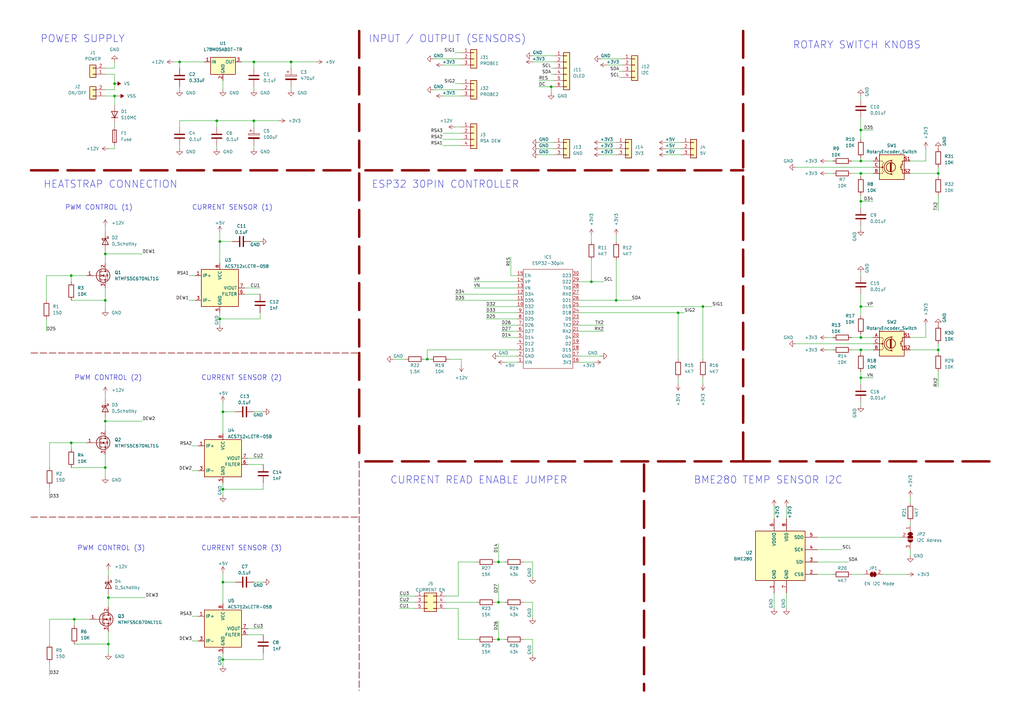
<source format=kicad_sch>
(kicad_sch (version 20230121) (generator eeschema)
  (paper "A3")
  (title_block (title "ESP32_DewHeater") (date "2023-09-16") (rev "2") (company "N. Cleesattel"))
  (lib_symbols
    (symbol "Connector_Generic:Conn_01x02" (pin_names (offset 1.016) hide)
      (property "Reference" "J" (at 0 2.54 0))
      (property "Value" "Conn_01x02" (at 0 -5.08 0))
      (symbol "Conn_01x02_1_1"
        (pin passive line (at -5.08 0 0) (length 3.81) (name "Pin_1") (number "1"))
        (pin passive line (at -5.08 -2.54 0) (length 3.81) (name "Pin_2") (number "2"))
      )
    )
    (symbol "Connector_Generic:Conn_01x03" (pin_names (offset 1.016) hide)
      (property "Reference" "J" (at 0 5.08 0))
      (property "Value" "Conn_01x03" (at 0 -5.08 0))
      (symbol "Conn_01x03_1_1"
        (pin passive line (at -5.08 2.54 0) (length 3.81) (name "Pin_1") (number "1"))
        (pin passive line (at -5.08 0 0) (length 3.81) (name "Pin_2") (number "2"))
        (pin passive line (at -5.08 -2.54 0) (length 3.81) (name "Pin_3") (number "3"))
      )
    )
    (symbol "Connector_Generic:Conn_01x04" (pin_names (offset 1.016) hide)
      (property "Reference" "J" (at 0 5.08 0))
      (property "Value" "Conn_01x04" (at 0 -7.62 0))
      (symbol "Conn_01x04_1_1"
        (pin passive line (at -5.08 2.54 0) (length 3.81) (name "Pin_1") (number "1"))
        (pin passive line (at -5.08 0 0) (length 3.81) (name "Pin_2") (number "2"))
        (pin passive line (at -5.08 -2.54 0) (length 3.81) (name "Pin_3") (number "3"))
        (pin passive line (at -5.08 -5.08 0) (length 3.81) (name "Pin_4") (number "4"))
      )
    )
    (symbol "Connector_Generic:Conn_01x06" (pin_names (offset 1.016) hide)
      (property "Reference" "J" (at 0 7.62 0))
      (property "Value" "Conn_01x06" (at 0 -10.16 0))
      (symbol "Conn_01x06_1_1"
        (pin passive line (at -5.08 5.08 0) (length 3.81) (name "Pin_1") (number "1"))
        (pin passive line (at -5.08 2.54 0) (length 3.81) (name "Pin_2") (number "2"))
        (pin passive line (at -5.08 0 0) (length 3.81) (name "Pin_3") (number "3"))
        (pin passive line (at -5.08 -2.54 0) (length 3.81) (name "Pin_4") (number "4"))
        (pin passive line (at -5.08 -5.08 0) (length 3.81) (name "Pin_5") (number "5"))
        (pin passive line (at -5.08 -7.62 0) (length 3.81) (name "Pin_6") (number "6"))
      )
    )
    (symbol "Connector_Generic:Conn_02x03_Odd_Even" (pin_names (offset 1.016) hide)
      (property "Reference" "J" (at 1.27 5.08 0))
      (property "Value" "Conn_02x03_Odd_Even" (at 1.27 -5.08 0))
      (symbol "Conn_02x03_Odd_Even_1_1"
        (pin passive line (at -5.08 2.54 0) (length 3.81) (name "Pin_1") (number "1"))
        (pin passive line (at 7.62 2.54 180) (length 3.81) (name "Pin_2") (number "2"))
        (pin passive line (at -5.08 0 0) (length 3.81) (name "Pin_3") (number "3"))
        (pin passive line (at 7.62 0 180) (length 3.81) (name "Pin_4") (number "4"))
        (pin passive line (at -5.08 -2.54 0) (length 3.81) (name "Pin_5") (number "5"))
        (pin passive line (at 7.62 -2.54 180) (length 3.81) (name "Pin_6") (number "6"))
      )
    )
    (symbol "Device:C" (pin_numbers hide) (pin_names (offset 0.254))
      (property "Reference" "C" (at 0.635 2.54 0))
      (property "Value" "C" (at 0.635 -2.54 0))
      (symbol "C_1_1"
        (pin passive line (at 0 3.81 270) (length 2.794) (name "~") (number "1"))
        (pin passive line (at 0 -3.81 90) (length 2.794) (name "~") (number "2"))
      )
    )
    (symbol "Device:C_Polarized" (pin_numbers hide) (pin_names (offset 0.254))
      (property "Reference" "C" (at 0.635 2.54 0))
      (property "Value" "C_Polarized" (at 0.635 -2.54 0))
      (symbol "C_Polarized_1_1"
        (pin passive line (at 0 3.81 270) (length 2.794) (name "~") (number "1"))
        (pin passive line (at 0 -3.81 90) (length 2.794) (name "~") (number "2"))
      )
    )
    (symbol "Device:D" (pin_numbers hide) (pin_names (offset 1.016) hide)
      (property "Reference" "D" (at 0 2.54 0))
      (property "Value" "D" (at 0 -2.54 0))
      (symbol "D_1_1"
        (pin passive line (at -3.81 0 0) (length 2.54) (name "K") (number "1"))
        (pin passive line (at 3.81 0 180) (length 2.54) (name "A") (number "2"))
      )
    )
    (symbol "Device:D_Schottky" (pin_numbers hide) (pin_names (offset 1.016) hide)
      (property "Reference" "D" (at 0 2.54 0))
      (property "Value" "D_Schottky" (at 0 -2.54 0))
      (symbol "D_Schottky_1_1"
        (pin passive line (at -3.81 0 0) (length 2.54) (name "K") (number "1"))
        (pin passive line (at 3.81 0 180) (length 2.54) (name "A") (number "2"))
      )
    )
    (symbol "Device:Fuse" (pin_numbers hide) (pin_names (offset 0))
      (property "Reference" "F" (at 2.032 0 90))
      (property "Value" "Fuse" (at -1.905 0 90))
      (symbol "Fuse_1_1"
        (pin passive line (at 0 3.81 270) (length 1.27) (name "~") (number "1"))
        (pin passive line (at 0 -3.81 90) (length 1.27) (name "~") (number "2"))
      )
    )
    (symbol "Device:Q_NMOS_GDS" (pin_names (offset 0) hide)
      (property "Reference" "Q" (at 5.08 1.27 0))
      (property "Value" "Q_NMOS_GDS" (at 5.08 -1.27 0))
      (symbol "Q_NMOS_GDS_1_1"
        (pin input line (at -5.08 0 0) (length 2.54) (name "G") (number "1"))
        (pin passive line (at 2.54 5.08 270) (length 2.54) (name "D") (number "2"))
        (pin passive line (at 2.54 -5.08 90) (length 2.54) (name "S") (number "3"))
      )
    )
    (symbol "Device:R" (pin_numbers hide) (pin_names (offset 0))
      (property "Reference" "R" (at 2.032 0 90))
      (property "Value" "R" (at 0 0 90))
      (symbol "R_1_1"
        (pin passive line (at 0 3.81 270) (length 1.27) (name "~") (number "1"))
        (pin passive line (at 0 -3.81 90) (length 1.27) (name "~") (number "2"))
      )
    )
    (symbol "Device:RotaryEncoder_Switch" (pin_names (offset 0.254) hide)
      (property "Reference" "SW" (at 0 6.604 0))
      (property "Value" "RotaryEncoder_Switch" (at 0 -6.604 0))
      (symbol "RotaryEncoder_Switch_1_1"
        (pin passive line (at -7.62 2.54 0) (length 2.54) (name "A") (number "A"))
        (pin passive line (at -7.62 -2.54 0) (length 2.54) (name "B") (number "B"))
        (pin passive line (at -7.62 0 0) (length 2.54) (name "C") (number "C"))
        (pin passive line (at 7.62 2.54 180) (length 2.54) (name "S1") (number "S1"))
        (pin passive line (at 7.62 -2.54 180) (length 2.54) (name "S2") (number "S2"))
      )
    )
    (symbol "Jumper:SolderJumper_2_Bridged" (pin_names (offset 0) hide)
      (property "Reference" "JP" (at 0 2.032 0))
      (property "Value" "SolderJumper_2_Bridged" (at 0 -2.54 0))
      (symbol "SolderJumper_2_Bridged_1_1"
        (pin passive line (at -3.81 0 0) (length 2.54) (name "A") (number "1"))
        (pin passive line (at 3.81 0 180) (length 2.54) (name "B") (number "2"))
      )
    )
    (symbol "Jumper:SolderJumper_3_Bridged12" (pin_names (offset 0) hide)
      (property "Reference" "JP" (at -2.54 -2.54 0))
      (property "Value" "SolderJumper_3_Bridged12" (at 0 2.794 0))
      (symbol "SolderJumper_3_Bridged12_1_1"
        (pin passive line (at -5.08 0 0) (length 2.54) (name "A") (number "1"))
        (pin passive line (at 0 -3.81 90) (length 2.54) (name "C") (number "2"))
        (pin passive line (at 5.08 0 180) (length 2.54) (name "B") (number "3"))
      )
    )
    (symbol "Regulator_Linear:L7805" (pin_names (offset 0.254))
      (property "Reference" "U" (at -3.81 3.175 0))
      (property "Value" "L7805" (at 0 3.175 0))
      (symbol "L7805_1_1"
        (pin power_in line (at -7.62 0 0) (length 2.54) (name "IN") (number "1"))
        (pin power_in line (at 0 -7.62 90) (length 2.54) (name "GND") (number "2"))
        (pin power_out line (at 7.62 0 180) (length 2.54) (name "OUT") (number "3"))
      )
    )
    (symbol "Sensor:BME280"
      (property "Reference" "U" (at -8.89 11.43 0))
      (property "Value" "BME280" (at 7.62 11.43 0))
      (symbol "BME280_1_1"
        (pin power_in line (at -2.54 -15.24 90) (length 5.08) (name "GND") (number "1"))
        (pin input line (at 15.24 -7.62 180) (length 5.08) (name "CSB") (number "2"))
        (pin bidirectional line (at 15.24 -2.54 180) (length 5.08) (name "SDI") (number "3"))
        (pin input line (at 15.24 2.54 180) (length 5.08) (name "SCK") (number "4"))
        (pin bidirectional line (at 15.24 7.62 180) (length 5.08) (name "SDO") (number "5"))
        (pin power_in line (at -2.54 15.24 270) (length 5.08) (name "VDDIO") (number "6"))
        (pin power_in line (at 2.54 -15.24 90) (length 5.08) (name "GND") (number "7"))
        (pin power_in line (at 2.54 15.24 270) (length 5.08) (name "VDD") (number "8"))
      )
    )
    (symbol "Sensor_Current:ACS712xLCTR-05B"
      (property "Reference" "U" (at 2.54 11.43 0))
      (property "Value" "ACS712xLCTR-05B" (at 2.54 8.89 0))
      (symbol "ACS712xLCTR-05B_1_1"
        (pin passive line (at -10.16 5.08 0) (length 2.54) (name "IP+") (number "1"))
        (pin passive line (at -10.16 5.08 0) (length 2.54) hide (name "IP+") (number "2"))
        (pin passive line (at -10.16 -5.08 0) (length 2.54) (name "IP-") (number "3"))
        (pin passive line (at -10.16 -5.08 0) (length 2.54) hide (name "IP-") (number "4"))
        (pin power_in line (at 0 -10.16 90) (length 2.54) (name "GND") (number "5"))
        (pin passive line (at 10.16 -2.54 180) (length 2.54) (name "FILTER") (number "6"))
        (pin output line (at 10.16 0 180) (length 2.54) (name "VIOUT") (number "7"))
        (pin power_in line (at 0 10.16 270) (length 2.54) (name "VCC") (number "8"))
      )
    )
    (symbol "TeenAstro:ESP32-30pin"
      (property "Reference" "IC" (at 0 0 0))
      (property "Value" "ESP32-30pin" (at 0 0 0))
      (symbol "ESP32-30pin_1_1"
        (pin power_in line (at -17.78 12.7 270) (length 2.54) (name "VIN") (number "1"))
        (pin bidirectional line (at 5.08 12.7 270) (length 2.54) (name "D32") (number "10"))
        (pin bidirectional line (at 7.62 12.7 270) (length 2.54) (name "D35") (number "11"))
        (pin bidirectional line (at 10.16 12.7 270) (length 2.54) (name "D34") (number "12"))
        (pin bidirectional line (at 12.7 12.7 270) (length 2.54) (name "VN") (number "13"))
        (pin bidirectional line (at 15.24 12.7 270) (length 2.54) (name "VP") (number "14"))
        (pin bidirectional line (at 17.78 12.7 270) (length 2.54) (name "EN") (number "15"))
        (pin power_out line (at -17.78 -12.7 90) (length 2.54) (name "3V3") (number "16"))
        (pin power_in line (at -15.24 -12.7 90) (length 2.54) (name "GND") (number "17"))
        (pin power_in line (at -12.7 -12.7 90) (length 2.54) (name "D15") (number "18"))
        (pin bidirectional line (at -10.16 -12.7 90) (length 2.54) (name "D2") (number "19"))
        (pin power_in line (at -15.24 12.7 270) (length 2.54) (name "GND") (number "2"))
        (pin bidirectional line (at -7.62 -12.7 90) (length 2.54) (name "D4") (number "20"))
        (pin bidirectional line (at -5.08 -12.7 90) (length 2.54) (name "RX2") (number "21"))
        (pin bidirectional line (at -2.54 -12.7 90) (length 2.54) (name "TX2") (number "22"))
        (pin bidirectional line (at 0 -12.7 90) (length 2.54) (name "D5") (number "23"))
        (pin bidirectional line (at 2.54 -12.7 90) (length 2.54) (name "D18") (number "24"))
        (pin bidirectional line (at 5.08 -12.7 90) (length 2.54) (name "D19") (number "25"))
        (pin bidirectional line (at 7.62 -12.7 90) (length 2.54) (name "D21") (number "26"))
        (pin bidirectional line (at 10.16 -12.7 90) (length 2.54) (name "RX0") (number "27"))
        (pin bidirectional line (at 12.7 -12.7 90) (length 2.54) (name "TX0") (number "28"))
        (pin bidirectional line (at 15.24 -12.7 90) (length 2.54) (name "D22") (number "29"))
        (pin bidirectional line (at -12.7 12.7 270) (length 2.54) (name "D13") (number "3"))
        (pin bidirectional line (at 17.78 -12.7 90) (length 2.54) (name "D23") (number "30"))
        (pin bidirectional line (at -10.16 12.7 270) (length 2.54) (name "D12") (number "4"))
        (pin bidirectional line (at -7.62 12.7 270) (length 2.54) (name "D14") (number "5"))
        (pin bidirectional line (at -5.08 12.7 270) (length 2.54) (name "D27") (number "6"))
        (pin bidirectional line (at -2.54 12.7 270) (length 2.54) (name "D26") (number "7"))
        (pin bidirectional line (at 0 12.7 270) (length 2.54) (name "D25") (number "8"))
        (pin bidirectional line (at 2.54 12.7 270) (length 2.54) (name "D33") (number "9"))
      )
    )
    (symbol "power:+12V" (power) (pin_names (offset 0))
      (property "Value" "+12V" (at 0 3.556 0))
      (symbol "+12V_1_1"
        (pin power_in line (at 0 0 90) (length 0) hide (name "+12V") (number "1"))
      )
    )
    (symbol "power:+3V3" (power) (pin_names (offset 0))
      (property "Value" "+3V3" (at 0 3.556 0))
      (symbol "+3V3_1_1"
        (pin power_in line (at 0 0 90) (length 0) hide (name "+3V3") (number "1"))
      )
    )
    (symbol "power:+5V" (power) (pin_names (offset 0))
      (property "Value" "+5V" (at 0 3.556 0))
      (symbol "+5V_1_1"
        (pin power_in line (at 0 0 90) (length 0) hide (name "+5V") (number "1"))
      )
    )
    (symbol "power:GND" (power) (pin_names (offset 0))
      (property "Value" "GND" (at 0 -3.81 0))
      (symbol "GND_1_1"
        (pin power_in line (at 0 0 270) (length 0) hide (name "GND") (number "1"))
      )
    )
    (symbol "power:VS" (power) (pin_names (offset 0))
      (property "Value" "VS" (at 0 3.81 0))
      (symbol "VS_1_1"
        (pin power_in line (at 0 0 90) (length 0) hide (name "VS") (number "1"))
      )
    )
    (symbol "power:VSS" (power) (pin_names (offset 0))
      (property "Value" "VSS" (at 0 3.81 0))
      (symbol "VSS_1_1"
        (pin power_in line (at 0 0 90) (length 0) hide (name "VSS") (number "1"))
      )
    )
  )
  (junction (at 353.06 125.73))
  (junction (at 30.48 254))
  (junction (at 29.21 113.03))
  (junction (at 384.81 143.51))
  (junction (at 46.99 34.29))
  (junction (at 353.06 66.04))
  (junction (at 46.99 39.37))
  (junction (at 91.44 168.91))
  (junction (at 88.9 49.53))
  (junction (at 43.18 104.14))
  (junction (at 73.66 25.4))
  (junction (at 204.47 262.255))
  (junction (at 91.44 238.76))
  (junction (at 104.14 25.4))
  (junction (at 353.06 82.55))
  (junction (at 119.38 25.4))
  (junction (at 242.57 115.57))
  (junction (at 44.45 264.16))
  (junction (at 353.06 71.12))
  (junction (at 353.06 143.51))
  (junction (at 353.06 154.94))
  (junction (at 204.47 247.015))
  (junction (at 90.17 130.81))
  (junction (at 43.18 123.19))
  (junction (at 353.06 138.43))
  (junction (at 29.21 181.61))
  (junction (at 204.47 230.505))
  (junction (at 252.73 123.19))
  (junction (at 353.06 53.34))
  (junction (at 44.45 245.11))
  (junction (at 91.44 270.51))
  (junction (at 226.06 35.56))
  (junction (at 384.81 71.12))
  (junction (at 104.14 49.53))
  (junction (at 90.17 99.06))
  (junction (at 91.44 200.66))
  (junction (at 175.26 147.32))
  (junction (at 288.29 125.73))
  (junction (at 43.18 172.72))
  (junction (at 43.18 191.77))
  (junction (at 278.13 128.27))
  (wire (pts (xy 373.38 143.51) (xy 384.81 143.51)))
  (wire (pts (xy 373.38 213.995) (xy 373.38 215.265)))
  (wire (pts (xy 214.63 262.255) (xy 218.44 262.255)))
  (wire (pts (xy 43.18 186.69) (xy 43.18 191.77)))
  (wire (pts (xy 353.06 111.76) (xy 353.06 113.03)))
  (wire (pts (xy 226.06 35.56) (xy 226.06 38.1)))
  (wire (pts (xy 218.44 25.4) (xy 227.33 25.4)))
  (wire (pts (xy 90.17 95.25) (xy 90.17 99.06)))
  (wire (pts (xy 29.21 123.19) (xy 43.18 123.19)))
  (wire (pts (xy 186.69 52.07) (xy 189.23 52.07)))
  (wire (pts (xy 90.17 99.06) (xy 95.25 99.06)))
  (polyline (pts (xy 147.32 12.7) (xy 147.32 69.85)) (stroke (width 1) (type dash) (color 132 0 0 1)))
  (wire (pts (xy 20.32 254) (xy 20.32 264.16)))
  (wire (pts (xy 204.47 247.015) (xy 207.01 247.015)))
  (wire (pts (xy 379.73 138.43) (xy 379.73 133.35)))
  (wire (pts (xy 187.96 262.255) (xy 195.58 262.255)))
  (wire (pts (xy 353.06 71.12) (xy 358.14 71.12)))
  (wire (pts (xy 322.58 243.205) (xy 322.58 249.555)))
  (wire (pts (xy 101.6 257.81) (xy 107.95 257.81)))
  (wire (pts (xy 373.38 138.43) (xy 379.73 138.43)))
  (wire (pts (xy 218.44 22.86) (xy 227.33 22.86)))
  (wire (pts (xy 78.74 193.04) (xy 81.28 193.04)))
  (wire (pts (xy 182.88 249.555) (xy 187.96 249.555)))
  (polyline (pts (xy 147.32 71.12) (xy 147.32 144.78)) (stroke (width 1) (type dash) (color 132 0 0 1)))
  (wire (pts (xy 278.13 157.48) (xy 278.13 154.94)))
  (wire (pts (xy 181.61 26.67) (xy 189.23 26.67)))
  (wire (pts (xy 91.44 234.95) (xy 91.44 238.76)))
  (polyline (pts (xy 149.86 69.85) (xy 304.8 69.85)) (stroke (width 1) (type dash) (color 132 0 0 1)))
  (wire (pts (xy 43.18 171.45) (xy 43.18 172.72)))
  (wire (pts (xy 119.38 25.4) (xy 119.38 27.94)))
  (wire (pts (xy 90.17 99.06) (xy 90.17 107.95)))
  (wire (pts (xy 91.44 33.02) (xy 91.44 36.83)))
  (wire (pts (xy 78.74 182.88) (xy 81.28 182.88)))
  (wire (pts (xy 248.92 26.67) (xy 255.27 26.67)))
  (polyline (pts (xy 12.7 69.85) (xy 147.32 69.85)) (stroke (width 1) (type dash) (color 132 0 0 1)))
  (wire (pts (xy 353.06 120.65) (xy 353.06 125.73)))
  (wire (pts (xy 242.57 106.68) (xy 242.57 115.57)))
  (wire (pts (xy 317.5 207.645) (xy 317.5 212.725)))
  (polyline (pts (xy 12.7 144.78) (xy 147.32 144.78)) (stroke (width 0.25) (type dash) (color 132 0 0 1)))
  (wire (pts (xy 186.69 21.59) (xy 189.23 21.59)))
  (wire (pts (xy 187.96 262.255) (xy 187.96 249.555)))
  (wire (pts (xy 207.01 148.59) (xy 212.09 148.59)))
  (wire (pts (xy 288.29 125.73) (xy 288.29 147.32)))
  (wire (pts (xy 30.48 264.16) (xy 44.45 264.16)))
  (wire (pts (xy 353.06 166.37) (xy 353.06 165.1)))
  (wire (pts (xy 173.99 147.32) (xy 175.26 147.32)))
  (wire (pts (xy 242.57 115.57) (xy 247.65 115.57)))
  (wire (pts (xy 349.25 143.51) (xy 353.06 143.51)))
  (wire (pts (xy 205.74 133.35) (xy 212.09 133.35)))
  (polyline (pts (xy 147.32 189.23) (xy 147.32 283.21)) (stroke (width 0.25) (type dash) (color 132 0 0 1)))
  (wire (pts (xy 335.28 235.585) (xy 341.63 235.585)))
  (wire (pts (xy 353.06 144.78) (xy 353.06 143.51)))
  (wire (pts (xy 101.6 260.35) (xy 107.95 260.35)))
  (wire (pts (xy 101.6 190.5) (xy 107.95 190.5)))
  (wire (pts (xy 353.06 85.09) (xy 353.06 82.55)))
  (wire (pts (xy 254 29.21) (xy 255.27 29.21)))
  (wire (pts (xy 204.47 262.255) (xy 207.01 262.255)))
  (wire (pts (xy 184.15 147.32) (xy 189.23 147.32)))
  (wire (pts (xy 107.95 200.66) (xy 91.44 200.66)))
  (wire (pts (xy 44.45 259.08) (xy 44.45 264.16)))
  (wire (pts (xy 104.14 25.4) (xy 104.14 27.94)))
  (wire (pts (xy 204.47 239.395) (xy 204.47 247.015)))
  (wire (pts (xy 237.49 146.05) (xy 246.38 146.05)))
  (wire (pts (xy 104.14 59.69) (xy 104.14 60.96)))
  (wire (pts (xy 46.99 30.48) (xy 43.18 30.48)))
  (wire (pts (xy 335.28 220.345) (xy 369.57 220.345)))
  (wire (pts (xy 353.06 157.48) (xy 353.06 154.94)))
  (wire (pts (xy 20.32 271.78) (xy 20.32 276.86)))
  (wire (pts (xy 335.28 225.425) (xy 345.44 225.425)))
  (wire (pts (xy 326.39 68.58) (xy 358.14 68.58)))
  (wire (pts (xy 163.83 244.475) (xy 170.18 244.475)))
  (wire (pts (xy 373.38 71.12) (xy 384.81 71.12)))
  (wire (pts (xy 339.09 66.04) (xy 341.63 66.04)))
  (wire (pts (xy 104.14 49.53) (xy 104.14 52.07)))
  (wire (pts (xy 246.38 24.13) (xy 255.27 24.13)))
  (wire (pts (xy 99.06 25.4) (xy 104.14 25.4)))
  (wire (pts (xy 88.9 60.96) (xy 88.9 59.69)))
  (wire (pts (xy 119.38 25.4) (xy 129.54 25.4)))
  (wire (pts (xy 19.05 113.03) (xy 19.05 123.19)))
  (wire (pts (xy 35.56 113.03) (xy 29.21 113.03)))
  (wire (pts (xy 252.73 106.68) (xy 252.73 123.19)))
  (wire (pts (xy 353.06 64.77) (xy 353.06 66.04)))
  (wire (pts (xy 326.39 140.97) (xy 358.14 140.97)))
  (wire (pts (xy 194.31 118.11) (xy 212.09 118.11)))
  (wire (pts (xy 384.81 68.58) (xy 384.81 71.12)))
  (wire (pts (xy 384.81 143.51) (xy 384.81 140.97)))
  (wire (pts (xy 237.49 148.59) (xy 243.84 148.59)))
  (wire (pts (xy 181.61 54.61) (xy 189.23 54.61)))
  (wire (pts (xy 78.74 262.89) (xy 81.28 262.89)))
  (wire (pts (xy 43.18 123.19) (xy 43.18 127)))
  (wire (pts (xy 20.32 199.39) (xy 20.32 204.47)))
  (wire (pts (xy 46.99 39.37) (xy 46.99 43.18)))
  (wire (pts (xy 353.06 143.51) (xy 358.14 143.51)))
  (wire (pts (xy 30.48 254) (xy 20.32 254)))
  (wire (pts (xy 288.29 125.73) (xy 292.1 125.73)))
  (wire (pts (xy 73.66 25.4) (xy 83.82 25.4)))
  (wire (pts (xy 177.8 24.13) (xy 189.23 24.13)))
  (wire (pts (xy 353.06 93.98) (xy 353.06 92.71)))
  (wire (pts (xy 43.18 27.94) (xy 46.99 27.94)))
  (wire (pts (xy 106.68 128.27) (xy 106.68 130.81)))
  (wire (pts (xy 88.9 49.53) (xy 88.9 52.07)))
  (wire (pts (xy 44.45 243.84) (xy 44.45 245.11)))
  (wire (pts (xy 237.49 133.35) (xy 247.65 133.35)))
  (wire (pts (xy 353.06 125.73) (xy 353.06 129.54)))
  (wire (pts (xy 88.9 49.53) (xy 104.14 49.53)))
  (wire (pts (xy 353.06 137.16) (xy 353.06 138.43)))
  (wire (pts (xy 384.81 152.4) (xy 384.81 158.75)))
  (wire (pts (xy 252.73 123.19) (xy 259.08 123.19)))
  (wire (pts (xy 317.5 243.205) (xy 317.5 249.555)))
  (wire (pts (xy 175.26 147.32) (xy 176.53 147.32)))
  (wire (pts (xy 44.45 264.16) (xy 44.45 267.97)))
  (wire (pts (xy 204.47 146.05) (xy 212.09 146.05)))
  (wire (pts (xy 218.44 230.505) (xy 218.44 236.855)))
  (wire (pts (xy 91.44 267.97) (xy 91.44 270.51)))
  (wire (pts (xy 199.39 130.81) (xy 212.09 130.81)))
  (wire (pts (xy 77.47 113.03) (xy 80.01 113.03)))
  (wire (pts (xy 29.21 181.61) (xy 20.32 181.61)))
  (wire (pts (xy 73.66 49.53) (xy 88.9 49.53)))
  (wire (pts (xy 373.38 66.04) (xy 379.73 66.04)))
  (wire (pts (xy 220.98 35.56) (xy 226.06 35.56)))
  (wire (pts (xy 246.38 60.96) (xy 252.73 60.96)))
  (wire (pts (xy 199.39 128.27) (xy 212.09 128.27)))
  (wire (pts (xy 358.14 82.55) (xy 353.06 82.55)))
  (polyline (pts (xy 304.8 12.7) (xy 304.8 69.85)) (stroke (width 1) (type dash) (color 132 0 0 1)))
  (wire (pts (xy 73.66 60.96) (xy 73.66 59.69)))
  (wire (pts (xy 237.49 128.27) (xy 278.13 128.27)))
  (wire (pts (xy 373.38 203.835) (xy 373.38 206.375)))
  (wire (pts (xy 339.09 138.43) (xy 341.63 138.43)))
  (wire (pts (xy 339.09 143.51) (xy 341.63 143.51)))
  (wire (pts (xy 353.06 82.55) (xy 353.06 80.01)))
  (wire (pts (xy 353.06 138.43) (xy 358.14 138.43)))
  (polyline (pts (xy 149.86 189.23) (xy 304.8 189.23)) (stroke (width 1) (type dash) (color 132 0 0 1)))
  (wire (pts (xy 163.83 247.015) (xy 170.18 247.015)))
  (wire (pts (xy 242.57 96.52) (xy 242.57 99.06)))
  (wire (pts (xy 205.74 138.43) (xy 212.09 138.43)))
  (wire (pts (xy 78.74 252.73) (xy 81.28 252.73)))
  (wire (pts (xy 203.2 230.505) (xy 204.47 230.505)))
  (wire (pts (xy 226.06 30.48) (xy 227.33 30.48)))
  (wire (pts (xy 177.8 36.83) (xy 189.23 36.83)))
  (wire (pts (xy 199.39 125.73) (xy 212.09 125.73)))
  (wire (pts (xy 273.05 60.96) (xy 279.4 60.96)))
  (wire (pts (xy 349.25 138.43) (xy 353.06 138.43)))
  (wire (pts (xy 353.06 66.04) (xy 358.14 66.04)))
  (wire (pts (xy 43.18 92.71) (xy 43.18 95.25)))
  (polyline (pts (xy 304.8 72.39) (xy 304.8 189.23)) (stroke (width 1) (type dash) (color 132 0 0 1)))
  (wire (pts (xy 106.68 130.81) (xy 90.17 130.81)))
  (wire (pts (xy 107.95 238.76) (xy 104.14 238.76)))
  (wire (pts (xy 194.31 115.57) (xy 212.09 115.57)))
  (wire (pts (xy 29.21 113.03) (xy 29.21 115.57)))
  (wire (pts (xy 44.45 245.11) (xy 44.45 248.92)))
  (wire (pts (xy 161.29 147.32) (xy 166.37 147.32)))
  (wire (pts (xy 43.18 118.11) (xy 43.18 123.19)))
  (wire (pts (xy 204.47 222.885) (xy 204.47 230.505)))
  (wire (pts (xy 384.81 143.51) (xy 384.81 144.78)))
  (wire (pts (xy 220.98 33.02) (xy 227.33 33.02)))
  (wire (pts (xy 44.45 233.68) (xy 44.45 236.22)))
  (wire (pts (xy 203.2 247.015) (xy 204.47 247.015)))
  (wire (pts (xy 46.99 39.37) (xy 48.26 39.37)))
  (wire (pts (xy 43.18 36.83) (xy 46.99 36.83)))
  (wire (pts (xy 91.44 270.51) (xy 91.44 273.05)))
  (wire (pts (xy 273.05 58.42) (xy 279.4 58.42)))
  (wire (pts (xy 182.88 244.475) (xy 187.96 244.475)))
  (wire (pts (xy 30.48 254) (xy 30.48 256.54)))
  (wire (pts (xy 91.44 238.76) (xy 96.52 238.76)))
  (wire (pts (xy 204.47 230.505) (xy 207.01 230.505)))
  (wire (pts (xy 77.47 123.19) (xy 80.01 123.19)))
  (wire (pts (xy 361.95 235.585) (xy 372.11 235.585)))
  (wire (pts (xy 104.14 36.83) (xy 104.14 35.56)))
  (wire (pts (xy 90.17 128.27) (xy 90.17 130.81)))
  (wire (pts (xy 278.13 128.27) (xy 280.67 128.27)))
  (wire (pts (xy 384.81 80.01) (xy 384.81 86.36)))
  (wire (pts (xy 46.99 36.83) (xy 46.99 34.29)))
  (wire (pts (xy 44.45 60.96) (xy 46.99 60.96)))
  (wire (pts (xy 278.13 128.27) (xy 278.13 147.32)))
  (wire (pts (xy 104.14 25.4) (xy 119.38 25.4)))
  (wire (pts (xy 43.18 104.14) (xy 58.42 104.14)))
  (wire (pts (xy 181.61 39.37) (xy 189.23 39.37)))
  (wire (pts (xy 379.73 66.04) (xy 379.73 60.96)))
  (wire (pts (xy 335.28 230.505) (xy 347.98 230.505)))
  (wire (pts (xy 186.69 123.19) (xy 212.09 123.19)))
  (wire (pts (xy 349.25 71.12) (xy 353.06 71.12)))
  (wire (pts (xy 107.95 267.97) (xy 107.95 270.51)))
  (wire (pts (xy 254 31.75) (xy 255.27 31.75)))
  (wire (pts (xy 384.81 71.12) (xy 384.81 72.39)))
  (polyline (pts (xy 12.7 212.09) (xy 147.32 212.09)) (stroke (width 0.25) (type dash) (color 132 0 0 1)))
  (wire (pts (xy 181.61 59.69) (xy 189.23 59.69)))
  (wire (pts (xy 107.95 168.91) (xy 104.14 168.91)))
  (polyline (pts (xy 304.8 189.23) (xy 406.4 189.23)) (stroke (width 1) (type dash) (color 132 0 0 1)))
  (wire (pts (xy 189.23 147.32) (xy 189.23 149.86)))
  (wire (pts (xy 214.63 230.505) (xy 218.44 230.505)))
  (wire (pts (xy 91.44 198.12) (xy 91.44 200.66)))
  (wire (pts (xy 226.06 35.56) (xy 227.33 35.56)))
  (wire (pts (xy 43.18 161.29) (xy 43.18 163.83)))
  (wire (pts (xy 182.88 247.015) (xy 195.58 247.015)))
  (wire (pts (xy 214.63 247.015) (xy 218.44 247.015)))
  (wire (pts (xy 186.69 34.29) (xy 189.23 34.29)))
  (wire (pts (xy 358.14 53.34) (xy 353.06 53.34)))
  (wire (pts (xy 252.73 96.52) (xy 252.73 99.06)))
  (wire (pts (xy 91.44 168.91) (xy 91.44 177.8)))
  (wire (pts (xy 349.25 66.04) (xy 353.06 66.04)))
  (wire (pts (xy 43.18 172.72) (xy 43.18 176.53)))
  (wire (pts (xy 212.09 113.03) (xy 209.55 113.03)))
  (wire (pts (xy 35.56 181.61) (xy 29.21 181.61)))
  (wire (pts (xy 43.18 39.37) (xy 46.99 39.37)))
  (wire (pts (xy 246.38 58.42) (xy 252.73 58.42)))
  (wire (pts (xy 101.6 187.96) (xy 107.95 187.96)))
  (wire (pts (xy 220.98 58.42) (xy 227.33 58.42)))
  (wire (pts (xy 19.05 130.81) (xy 19.05 135.89)))
  (wire (pts (xy 20.32 181.61) (xy 20.32 191.77)))
  (wire (pts (xy 29.21 181.61) (xy 29.21 184.15)))
  (wire (pts (xy 273.05 63.5) (xy 279.4 63.5)))
  (wire (pts (xy 358.14 154.94) (xy 353.06 154.94)))
  (wire (pts (xy 36.83 254) (xy 30.48 254)))
  (wire (pts (xy 353.06 154.94) (xy 353.06 152.4)))
  (wire (pts (xy 46.99 60.96) (xy 46.99 59.69)))
  (wire (pts (xy 181.61 57.15) (xy 189.23 57.15)))
  (wire (pts (xy 220.98 60.96) (xy 227.33 60.96)))
  (wire (pts (xy 212.09 143.51) (xy 175.26 143.51)))
  (wire (pts (xy 46.99 52.07) (xy 46.99 50.8)))
  (wire (pts (xy 100.33 118.11) (xy 106.68 118.11)))
  (wire (pts (xy 91.44 168.91) (xy 96.52 168.91)))
  (wire (pts (xy 107.95 198.12) (xy 107.95 200.66)))
  (wire (pts (xy 91.44 165.1) (xy 91.44 168.91)))
  (wire (pts (xy 43.18 104.14) (xy 43.18 107.95)))
  (wire (pts (xy 246.38 63.5) (xy 252.73 63.5)))
  (wire (pts (xy 91.44 200.66) (xy 91.44 203.2)))
  (wire (pts (xy 104.14 49.53) (xy 114.3 49.53)))
  (wire (pts (xy 373.38 225.425) (xy 373.38 227.965)))
  (wire (pts (xy 163.83 249.555) (xy 170.18 249.555)))
  (wire (pts (xy 187.96 230.505) (xy 195.58 230.505)))
  (wire (pts (xy 358.14 125.73) (xy 353.06 125.73)))
  (wire (pts (xy 186.69 120.65) (xy 212.09 120.65)))
  (wire (pts (xy 43.18 191.77) (xy 43.18 195.58)))
  (wire (pts (xy 237.49 123.19) (xy 252.73 123.19)))
  (wire (pts (xy 46.99 34.29) (xy 46.99 30.48)))
  (polyline (pts (xy 147.32 144.78) (xy 147.32 189.23)) (stroke (width 1) (type dash) (color 132 0 0 1)))
  (wire (pts (xy 91.44 238.76) (xy 91.44 247.65)))
  (wire (pts (xy 107.95 270.51) (xy 91.44 270.51)))
  (wire (pts (xy 204.47 254.635) (xy 204.47 262.255)))
  (wire (pts (xy 288.29 157.48) (xy 288.29 154.94)))
  (wire (pts (xy 205.74 135.89) (xy 212.09 135.89)))
  (wire (pts (xy 29.21 113.03) (xy 19.05 113.03)))
  (wire (pts (xy 218.44 247.015) (xy 218.44 253.365)))
  (wire (pts (xy 218.44 262.255) (xy 218.44 268.605)))
  (wire (pts (xy 349.25 235.585) (xy 354.33 235.585)))
  (wire (pts (xy 220.98 63.5) (xy 227.33 63.5)))
  (wire (pts (xy 106.68 99.06) (xy 102.87 99.06)))
  (wire (pts (xy 322.58 207.645) (xy 322.58 212.725)))
  (wire (pts (xy 237.49 115.57) (xy 242.57 115.57)))
  (wire (pts (xy 353.06 39.37) (xy 353.06 40.64)))
  (wire (pts (xy 73.66 36.83) (xy 73.66 35.56)))
  (wire (pts (xy 353.06 53.34) (xy 353.06 57.15)))
  (wire (pts (xy 175.26 143.51) (xy 175.26 147.32)))
  (wire (pts (xy 29.21 191.77) (xy 43.18 191.77)))
  (wire (pts (xy 73.66 49.53) (xy 73.66 52.07)))
  (polyline (pts (xy 264.16 190.5) (xy 264.16 283.21)) (stroke (width 1) (type dash) (color 132 0 0 1)))
  (wire (pts (xy 43.18 102.87) (xy 43.18 104.14)))
  (wire (pts (xy 187.96 244.475) (xy 187.96 230.505)))
  (wire (pts (xy 353.06 48.26) (xy 353.06 53.34)))
  (wire (pts (xy 339.09 71.12) (xy 341.63 71.12)))
  (wire (pts (xy 73.66 25.4) (xy 73.66 27.94)))
  (wire (pts (xy 119.38 35.56) (xy 119.38 36.83)))
  (wire (pts (xy 90.17 130.81) (xy 90.17 133.35)))
  (wire (pts (xy 43.18 172.72) (xy 58.42 172.72)))
  (wire (pts (xy 44.45 245.11) (xy 59.69 245.11)))
  (wire (pts (xy 209.55 113.03) (xy 209.55 105.41)))
  (wire (pts (xy 237.49 125.73) (xy 288.29 125.73)))
  (wire (pts (xy 353.06 72.39) (xy 353.06 71.12)))
  (wire (pts (xy 203.2 262.255) (xy 204.47 262.255)))
  (wire (pts (xy 237.49 135.89) (xy 247.65 135.89)))
  (wire (pts (xy 46.99 27.94) (xy 46.99 25.4)))
  (wire (pts (xy 71.12 25.4) (xy 73.66 25.4)))
  (wire (pts (xy 100.33 120.65) (xy 106.68 120.65)))
  (wire (pts (xy 226.06 27.94) (xy 227.33 27.94)))
  (text "PWM CONTROL (2)" (at 30.48 156.21 0) (effects (font (size 2 2)) (justify left bottom)))
  (text "INPUT / OUTPUT (SENSORS)" (at 151.13 17.78 0) (effects (font (size 3 3)) (justify left bottom)))
  (text "PWM CONTROL (1)" (at 26.67 86.36 0) (effects (font (size 2 2)) (justify left bottom)))
  (text "HEATSTRAP CONNECTION" (at 17.78 77.47 0) (effects (font (size 3 3)) (justify left bottom)))
  (text "ESP32 30PIN CONTROLLER" (at 152.4 77.47 0) (effects (font (size 3 3)) (justify left bottom)))
  (text "CURRENT SENSOR (1)" (at 78.74 86.36 0) (effects (font (size 2 2)) (justify left bottom)))
  (text "ROTARY SWITCH KNOBS" (at 325.12 20.32 0) (effects (font (size 3 3)) (justify left bottom)))
  (text "BME280 TEMP SENSOR I2C" (at 284.48 198.755 0) (effects (font (size 3 3)) (justify left bottom)))
  (text "CURRENT SENSOR (2)" (at 82.55 156.21 0) (effects (font (size 2 2)) (justify left bottom)))
  (text "CURRENT SENSOR (3)" (at 82.55 226.06 0) (effects (font (size 2 2)) (justify left bottom)))
  (text "PWM CONTROL (3)" (at 31.75 226.06 0) (effects (font (size 2 2)) (justify left bottom)))
  (text "CURRENT READ ENABLE JUMPER" (at 160.02 198.755 0) (effects (font (size 3 3)) (justify left bottom)))
  (text "POWER SUPPLY" (at 16.51 17.78 0) (effects (font (size 3 3)) (justify left bottom)))
  (label "CU2" (at 107.95 187.96 180))
  (label "RES" (at 220.98 33.02 0))
  (label "D32" (at 20.32 276.86 0))
  (label "D14" (at 204.47 222.885 270))
  (label "SDA" (at 347.98 230.505 0))
  (label "SCL" (at 254 31.75 180))
  (label "SIG2" (at 280.67 128.27 0))
  (label "SCL" (at 247.65 115.57 0))
  (label "DEW2" (at 58.42 172.72 0))
  (label "SDA" (at 259.08 123.19 0))
  (label "D27" (at 205.74 135.89 0))
  (label "SDA" (at 254 29.21 180))
  (label "D33" (at 20.32 204.47 0))
  (label "RSA2" (at 181.61 57.15 180))
  (label "D25" (at 19.05 135.89 0))
  (label "DC" (at 220.98 35.56 0))
  (label "CU3" (at 163.83 244.475 0))
  (label "RSA3" (at 78.74 252.73 180))
  (label "D26" (at 204.47 254.635 270))
  (label "CU1" (at 163.83 249.555 0))
  (label "DEW1" (at 77.47 123.19 180))
  (label "DEW1" (at 58.42 104.14 0))
  (label "RSA1" (at 181.61 59.69 180))
  (label "DEW3" (at 78.74 262.89 180))
  (label "D34" (at 358.14 82.55 180))
  (label "CU3" (at 107.95 257.81 180))
  (label "VN" (at 358.14 154.94 180))
  (label "D35" (at 186.69 123.19 0))
  (label "CU2" (at 163.83 247.015 0))
  (label "RSA3" (at 181.61 54.61 180))
  (label "SIG1" (at 292.1 125.73 0))
  (label "CU1" (at 106.68 118.11 180))
  (label "RX2" (at 247.65 135.89 180))
  (label "D14" (at 205.74 138.43 0))
  (label "D32" (at 199.39 125.73 0))
  (label "VN" (at 194.31 118.11 0))
  (label "D35" (at 358.14 53.34 180))
  (label "SIG2" (at 186.69 34.29 180))
  (label "DEW2" (at 78.74 193.04 180))
  (label "SCL" (at 226.06 27.94 180))
  (label "D27" (at 204.47 239.395 270))
  (label "D26" (at 205.74 133.35 0))
  (label "VP" (at 194.31 115.57 0))
  (label "RSA1" (at 77.47 113.03 180))
  (label "TX2" (at 384.81 86.36 90))
  (label "RSA2" (at 78.74 182.88 180))
  (label "VP" (at 358.14 125.73 180))
  (label "SDA" (at 226.06 30.48 180))
  (label "SCL" (at 345.44 225.425 0))
  (label "D25" (at 199.39 130.81 0))
  (label "RX2" (at 384.81 158.75 90))
  (label "SIG1" (at 186.69 21.59 180))
  (label "D34" (at 186.69 120.65 0))
  (label "D33" (at 199.39 128.27 0))
  (label "DEW3" (at 59.69 245.11 0))
  (label "RES" (at 209.55 105.41 270))
  (label "TX2" (at 247.65 133.35 180))
  (symbol (lib_id "Device:R") (at 29.21 187.96 0) (unit 1)
    (property "Reference" "R4" (at 31.75 186.6899 0) (effects (justify left)))
    (property "Value" "10K" (at 31.75 189.2299 0) (effects (justify left)))
    (property "Footprint" "Resistor_SMD:R_0603_1608Metric" (effects hide))
    (property "LCSC" "C25804" (effects hide))
  )
  (symbol (lib_id "power:GND") (at 104.14 60.96 0) (unit 1)
    (property "Reference" "#PWR015" (effects hide))
    (property "Value" "GND" (at 106.68 62.2299 0) (effects (justify left)))
  )
  (symbol (lib_id "Device:R") (at 199.39 262.255 270) (unit 1)
    (property "Reference" "R25" (at 199.39 264.795 90))
    (property "Value" "15K" (at 199.39 267.335 90))
    (property "Footprint" "Resistor_SMD:R_0603_1608Metric" (effects hide))
    (property "LCSC" "C22809" (effects hide))
  )
  (symbol (lib_id "Connector_Generic:Conn_01x03") (at 257.81 60.96 0) (unit 1)
    (property "Reference" "J14" (at 260.35 60.325 0) (effects (justify left)))
    (property "Value" "3V3" (at 260.35 62.865 0) (effects (justify left)))
    (property "Footprint" "Connector_PinHeader_2.54mm:PinHeader_1x03_P2.54mm_Vertical" (effects hide))
  )
  (symbol (lib_id "Device:C") (at 353.06 88.9 0) (unit 1)
    (property "Reference" "C9" (at 356.87 88.265 0) (effects (justify left)))
    (property "Value" "0.01uF" (at 356.87 90.805 0) (effects (justify left)))
    (property "Footprint" "Capacitor_SMD:C_0805_2012Metric" (effects hide))
    (property "LCSC" "C376921" (effects hide))
  )
  (symbol (lib_id "Device:R") (at 278.13 151.13 0) (unit 1)
    (property "Reference" "R15" (at 280.67 149.8599 0) (effects (justify left)))
    (property "Value" "4K7" (at 280.67 152.3999 0) (effects (justify left)))
    (property "Footprint" "Resistor_SMD:R_0603_1608Metric" (effects hide))
    (property "LCSC" "C23162" (effects hide))
  )
  (symbol (lib_id "Connector_Generic:Conn_02x03_Odd_Even") (at 175.26 247.015 0) (unit 1)
    (property "Reference" "J5" (at 176.53 239.395 0))
    (property "Value" "CURRENT EN" (at 176.53 241.935 0))
    (property "Footprint" "Connector_PinHeader_2.54mm:PinHeader_2x03_P2.54mm_Horizontal" (effects hide))
    (property "LCSC" "C239334" (effects hide))
  )
  (symbol (lib_id "power:GND") (at 44.45 267.97 0) (unit 1)
    (property "Reference" "#PWR0106" (effects hide))
    (property "Value" "GND" (at 46.99 269.2399 0) (effects (justify left)))
  )
  (symbol (lib_id "power:GND") (at 161.29 147.32 270) (unit 1)
    (property "Reference" "#PWR052" (effects hide))
    (property "Value" "GND" (at 161.29 146.05 90) (effects (justify left)))
  )
  (symbol (lib_id "Device:C_Polarized") (at 104.14 55.88 0) (unit 1)
    (property "Reference" "C5" (at 107.95 53.7209 0) (effects (justify left)))
    (property "Value" "100uF" (at 107.95 56.2609 0) (effects (justify left)))
    (property "Footprint" "Capacitor_SMD:C_Elec_10x10.2" (effects hide))
    (property "LCSC" "C280414" (effects hide))
  )
  (symbol (lib_id "power:GND") (at 73.66 36.83 0) (unit 1)
    (property "Reference" "#PWR010" (effects hide))
    (property "Value" "GND" (at 76.2 38.0999 0) (effects (justify left)))
  )
  (symbol (lib_id "power:GND") (at 353.06 111.76 180) (unit 1)
    (property "Reference" "#PWR045" (effects hide))
    (property "Value" "GND" (at 355.6 107.95 90) (effects (justify left)))
  )
  (symbol (lib_id "Device:R") (at 345.44 71.12 270) (unit 1)
    (property "Reference" "R7" (at 345.44 73.66 90))
    (property "Value" "10K" (at 345.44 76.2 90))
    (property "Footprint" "Resistor_SMD:R_0603_1608Metric" (effects hide))
    (property "LCSC" "C25804" (effects hide))
  )
  (symbol (lib_id "power:+3V3") (at 317.5 207.645 0) (unit 1)
    (property "Reference" "#PWR0110" (effects hide))
    (property "Value" "+3V3" (at 318.77 212.725 90) (effects (justify left)))
  )
  (symbol (lib_id "Device:R") (at 373.38 210.185 0) (unit 1)
    (property "Reference" "R21" (at 370.84 210.185 90))
    (property "Value" "4K7" (at 375.92 210.185 90))
    (property "Footprint" "Resistor_SMD:R_0603_1608Metric" (effects hide))
    (property "LCSC" "C23162" (effects hide))
  )
  (symbol (lib_id "power:+3V3") (at 246.38 58.42 90) (unit 1)
    (property "Reference" "#PWR049" (effects hide))
    (property "Value" "+3V3" (at 251.46 57.15 90) (effects (justify left)))
  )
  (symbol (lib_id "power:+5V") (at 273.05 63.5 90) (unit 1)
    (property "Reference" "#PWR038" (effects hide))
    (property "Value" "+5V" (at 276.86 62.23 90) (effects (justify left)))
  )
  (symbol (lib_id "power:GND") (at 220.98 58.42 270) (unit 1)
    (property "Reference" "#PWR035" (effects hide))
    (property "Value" "GND" (at 220.98 57.15 90) (effects (justify left)))
  )
  (symbol (lib_id "power:+5V") (at 207.01 148.59 90) (unit 1)
    (property "Reference" "#PWR032" (effects hide))
    (property "Value" "+5V" (at 207.01 149.86 90) (effects (justify right)))
  )
  (symbol (lib_id "power:GND") (at 90.17 133.35 0) (unit 1)
    (property "Reference" "#PWR058" (effects hide))
    (property "Value" "GND" (at 88.9 133.35 90) (effects (justify left)))
  )
  (symbol (lib_id "Device:R") (at 345.44 66.04 270) (unit 1)
    (property "Reference" "R9" (at 342.9 60.96 90))
    (property "Value" "10K" (at 342.9 63.5 90))
    (property "Footprint" "Resistor_SMD:R_0603_1608Metric" (effects hide))
    (property "LCSC" "C25804" (effects hide))
  )
  (symbol (lib_id "power:+3V3") (at 252.73 96.52 0) (unit 1)
    (property "Reference" "#PWR043" (effects hide))
    (property "Value" "+3V3" (at 252.73 92.71 90) (effects (justify left)))
  )
  (symbol (lib_id "Device:R") (at 288.29 151.13 0) (unit 1)
    (property "Reference" "R16" (at 290.83 149.8599 0) (effects (justify left)))
    (property "Value" "4K7" (at 290.83 152.3999 0) (effects (justify left)))
    (property "Footprint" "Resistor_SMD:R_0603_1608Metric" (effects hide))
    (property "LCSC" "C23162" (effects hide))
  )
  (symbol (lib_id "Sensor_Current:ACS712xLCTR-05B") (at 91.44 257.81 0) (unit 1)
    (property "Reference" "U5" (at 93.3959 246.38 0) (effects (justify left)))
    (property "Value" "ACS712xLCTR-05B" (at 93.3959 248.92 0) (effects (justify left)))
    (property "Footprint" "Package_SO:SOIC-8_3.9x4.9mm_P1.27mm" (effects hide))
    (property "Datasheet" "http://www.allegromicro.com/~/media/Files/Datasheets/ACS712-Datasheet.ashx?la=en" (effects hide))
    (property "LCSC" "C44471" (effects hide))
  )
  (symbol (lib_id "Device:R") (at 252.73 102.87 180) (unit 1)
    (property "Reference" "R12" (at 255.27 101.5999 0) (effects (justify right)))
    (property "Value" "4K7" (at 255.27 104.1399 0) (effects (justify right)))
    (property "Footprint" "Resistor_SMD:R_0603_1608Metric" (effects hide))
    (property "LCSC" "C23162" (effects hide))
  )
  (symbol (lib_id "power:+3V3") (at 372.11 235.585 270) (unit 1)
    (property "Reference" "#PWR0107" (effects hide))
    (property "Value" "+3V3" (at 375.92 235.585 90) (effects (justify left)))
  )
  (symbol (lib_id "power:GND") (at 246.38 24.13 270) (unit 1)
    (property "Reference" "#PWR046" (effects hide))
    (property "Value" "GND" (at 246.38 22.86 90) (effects (justify left)))
  )
  (symbol (lib_id "Connector_Generic:Conn_01x04") (at 260.35 26.67 0) (unit 1)
    (property "Reference" "J12" (at 262.89 27.305 0) (effects (justify left)))
    (property "Value" "I2C" (at 262.89 29.845 0) (effects (justify left)))
    (property "Footprint" "Connector_PinHeader_2.54mm:PinHeader_1x04_P2.54mm_Horizontal" (effects hide))
    (property "LCSC" "C293357" (effects hide))
  )
  (symbol (lib_id "Device:R") (at 353.06 133.35 0) (unit 1)
    (property "Reference" "R17" (at 346.71 129.54 0) (effects (justify left)))
    (property "Value" "10K" (at 346.71 132.08 0) (effects (justify left)))
    (property "Footprint" "Resistor_SMD:R_0603_1608Metric" (effects hide))
    (property "LCSC" "C25804" (effects hide))
  )
  (symbol (lib_id "Device:C") (at 104.14 31.75 0) (unit 1)
    (property "Reference" "C1" (at 107.95 30.4799 0) (effects (justify left)))
    (property "Value" "0.1uF" (at 107.95 33.0199 0) (effects (justify left)))
    (property "Footprint" "Capacitor_SMD:C_0603_1608Metric" (effects hide))
    (property "LCSC" "C14663" (effects hide))
  )
  (symbol (lib_id "Device:C") (at 353.06 161.29 0) (unit 1)
    (property "Reference" "C16" (at 356.87 160.655 0) (effects (justify left)))
    (property "Value" "0.01uF" (at 356.87 163.195 0) (effects (justify left)))
    (property "Footprint" "Capacitor_SMD:C_0805_2012Metric" (effects hide))
    (property "LCSC" "C376921" (effects hide))
  )
  (symbol (lib_id "power:+3V3") (at 278.13 157.48 180) (unit 1)
    (property "Reference" "#PWR053" (effects hide))
    (property "Value" "+3V3" (at 278.13 161.29 90) (effects (justify left)))
  )
  (symbol (lib_id "power:+3V3") (at 181.61 39.37 90) (unit 1)
    (property "Reference" "#PWR028" (effects hide))
    (property "Value" "+3V3" (at 186.69 38.1 90) (effects (justify left)))
  )
  (symbol (lib_id "power:GND") (at 246.38 146.05 90) (unit 1)
    (property "Reference" "#PWR042" (effects hide))
    (property "Value" "GND" (at 245.11 144.78 90) (effects (justify left)))
  )
  (symbol (lib_id "Sensor:BME280") (at 320.04 227.965 0) (unit 1)
    (property "Reference" "U2" (at 308.61 226.6949 0) (effects (justify right)))
    (property "Value" "BME280" (at 308.61 229.2349 0) (effects (justify right)))
    (property "Footprint" "Package_LGA:Bosch_LGA-8_2.5x2.5mm_P0.65mm_ClockwisePinNumbering" (effects hide))
    (property "Datasheet" "https://ae-bst.resource.bosch.com/media/_tech/media/datasheets/BST-BME280-DS002.pdf" (effects hide))
    (property "LCSC" "C92489" (effects hide))
  )
  (symbol (lib_id "power:GND") (at 326.39 140.97 270) (unit 1)
    (property "Reference" "#PWR022" (effects hide))
    (property "Value" "GND" (at 321.31 138.43 90) (effects (justify left)))
  )
  (symbol (lib_id "power:GND") (at 204.47 146.05 270) (unit 1)
    (property "Reference" "#PWR031" (effects hide))
    (property "Value" "GND" (at 204.47 144.78 90) (effects (justify left)))
  )
  (symbol (lib_id "Device:R") (at 199.39 230.505 270) (unit 1)
    (property "Reference" "R27" (at 199.39 233.045 90))
    (property "Value" "15K" (at 199.39 235.585 90))
    (property "Footprint" "Resistor_SMD:R_0603_1608Metric" (effects hide))
    (property "LCSC" "C22809" (effects hide))
  )
  (symbol (lib_id "Device:R") (at 210.82 230.505 270) (unit 1)
    (property "Reference" "R28" (at 210.82 233.045 90))
    (property "Value" "43k" (at 210.82 235.585 90))
    (property "Footprint" "Resistor_SMD:R_0603_1608Metric" (effects hide))
    (property "LCSC" "C23172" (effects hide))
  )
  (symbol (lib_id "power:GND") (at 218.44 253.365 0) (unit 1)
    (property "Reference" "#PWR056" (effects hide))
    (property "Value" "GND" (at 217.17 253.365 90) (effects (justify left)))
  )
  (symbol (lib_id "power:GND") (at 220.98 60.96 270) (unit 1)
    (property "Reference" "#PWR036" (effects hide))
    (property "Value" "GND" (at 220.98 59.69 90) (effects (justify left)))
  )
  (symbol (lib_id "Device:C") (at 73.66 31.75 0) (unit 1)
    (property "Reference" "C2" (at 77.47 30.4799 0) (effects (justify left)))
    (property "Value" "0.33uF" (at 77.47 33.0199 0) (effects (justify left)))
    (property "Footprint" "Capacitor_SMD:C_0603_1608Metric" (effects hide))
    (property "LCSC" "C1615" (effects hide))
  )
  (symbol (lib_id "Device:R") (at 345.44 235.585 270) (unit 1)
    (property "Reference" "R20" (at 345.44 233.045 90))
    (property "Value" "4K7" (at 345.44 238.125 90))
    (property "Footprint" "Resistor_SMD:R_0603_1608Metric" (effects hide))
    (property "LCSC" "C23162" (effects hide))
  )
  (symbol (lib_id "Device:R") (at 170.18 147.32 270) (unit 1)
    (property "Reference" "R22" (at 170.18 149.86 90))
    (property "Value" "1.5K" (at 170.18 152.4 90))
    (property "Footprint" "Resistor_SMD:R_1206_3216Metric" (effects hide))
    (property "LCSC" "C26036" (effects hide))
  )
  (symbol (lib_id "power:+5V") (at 273.05 60.96 90) (unit 1)
    (property "Reference" "#PWR029" (effects hide))
    (property "Value" "+5V" (at 276.86 59.69 90) (effects (justify left)))
  )
  (symbol (lib_id "Sensor_Current:ACS712xLCTR-05B") (at 90.17 118.11 0) (unit 1)
    (property "Reference" "U3" (at 92.1259 106.68 0) (effects (justify left)))
    (property "Value" "ACS712xLCTR-05B" (at 92.1259 109.22 0) (effects (justify left)))
    (property "Footprint" "Package_SO:SOIC-8_3.9x4.9mm_P1.27mm" (effects hide))
    (property "Datasheet" "http://www.allegromicro.com/~/media/Files/Datasheets/ACS712-Datasheet.ashx?la=en" (effects hide))
    (property "LCSC" "C44471" (effects hide))
  )
  (symbol (lib_id "Device:R") (at 19.05 127 0) (unit 1)
    (property "Reference" "R1" (at 21.59 125.7299 0) (effects (justify left)))
    (property "Value" "150" (at 21.59 128.2699 0) (effects (justify left)))
    (property "Footprint" "Resistor_SMD:R_0603_1608Metric" (effects hide))
    (property "LCSC" "C22808" (effects hide))
  )
  (symbol (lib_id "power:GND") (at 46.99 25.4 180) (unit 1)
    (property "Reference" "#PWR03" (effects hide))
    (property "Value" "GND" (at 46.99 20.32 0))
  )
  (symbol (lib_id "Device:R") (at 345.44 138.43 270) (unit 1)
    (property "Reference" "R13" (at 342.9 133.35 90))
    (property "Value" "10K" (at 342.9 135.89 90))
    (property "Footprint" "Resistor_SMD:R_0603_1608Metric" (effects hide))
    (property "LCSC" "C25804" (effects hide))
  )
  (symbol (lib_id "Device:C") (at 106.68 124.46 180) (unit 1)
    (property "Reference" "C12" (at 110.49 123.825 0) (effects (justify right)))
    (property "Value" "1nF" (at 110.49 126.365 0) (effects (justify right)))
    (property "Footprint" "Capacitor_SMD:C_0603_1608Metric" (effects hide))
    (property "LCSC" "C8808" (effects hide))
  )
  (symbol (lib_id "power:+12V") (at 43.18 161.29 0) (unit 1)
    (property "Reference" "#PWR07" (effects hide))
    (property "Value" "+12V" (at 45.72 160.0199 0) (effects (justify left)))
  )
  (symbol (lib_id "Device:R") (at 353.06 76.2 0) (unit 1)
    (property "Reference" "R8" (at 355.6 75.565 0) (effects (justify left)))
    (property "Value" "10K" (at 355.6 78.105 0) (effects (justify left)))
    (property "Footprint" "Resistor_SMD:R_0603_1608Metric" (effects hide))
    (property "LCSC" "C25804" (effects hide))
  )
  (symbol (lib_id "Sensor_Current:ACS712xLCTR-05B") (at 91.44 187.96 0) (unit 1)
    (property "Reference" "U4" (at 93.3959 176.53 0) (effects (justify left)))
    (property "Value" "ACS712xLCTR-05B" (at 93.3959 179.07 0) (effects (justify left)))
    (property "Footprint" "Package_SO:SOIC-8_3.9x4.9mm_P1.27mm" (effects hide))
    (property "Datasheet" "http://www.allegromicro.com/~/media/Files/Datasheets/ACS712-Datasheet.ashx?la=en" (effects hide))
    (property "LCSC" "C44471" (effects hide))
  )
  (symbol (lib_id "power:GND") (at 353.06 39.37 180) (unit 1)
    (property "Reference" "#PWR030" (effects hide))
    (property "Value" "GND" (at 355.6 35.56 90) (effects (justify left)))
  )
  (symbol (lib_id "power:+12V") (at 186.69 52.07 90) (unit 1)
    (property "Reference" "#PWR0104" (effects hide))
    (property "Value" "+12V" (at 180.34 49.53 90) (effects (justify right)))
  )
  (symbol (lib_id "power:+3V3") (at 339.09 143.51 90) (unit 1)
    (property "Reference" "#PWR044" (effects hide))
    (property "Value" "+3V3" (at 335.28 143.51 90) (effects (justify left)))
  )
  (symbol (lib_id "Device:Q_NMOS_GDS") (at 40.64 181.61 0) (unit 1)
    (property "Reference" "Q2" (at 46.99 180.3399 0) (effects (justify left)))
    (property "Value" "NTMFS5C670NLT1G" (at 46.99 182.8799 0) (effects (justify left)))
    (property "Footprint" "TeenAstro:ONSemi_SO-8FL_488AA" (effects hide))
    (property "LCSC" "C179626" (effects hide))
  )
  (symbol (lib_id "power:GND") (at 226.06 38.1 0) (unit 1)
    (property "Reference" "#PWR063" (effects hide))
    (property "Value" "GND" (at 228.6 39.37 0) (effects (justify left)))
  )
  (symbol (lib_id "Device:R") (at 384.81 76.2 0) (unit 1)
    (property "Reference" "R32" (at 387.35 75.565 0) (effects (justify left)))
    (property "Value" "10K" (at 387.35 78.105 0) (effects (justify left)))
    (property "Footprint" "Resistor_SMD:R_0603_1608Metric" (effects hide))
    (property "LCSC" "C25804" (effects hide))
  )
  (symbol (lib_id "Connector_Generic:Conn_01x03") (at 284.48 60.96 0) (unit 1)
    (property "Reference" "J4" (at 287.02 60.325 0) (effects (justify left)))
    (property "Value" "5V" (at 287.02 62.865 0) (effects (justify left)))
    (property "Footprint" "Connector_PinHeader_2.54mm:PinHeader_1x03_P2.54mm_Vertical" (effects hide))
  )
  (symbol (lib_id "Device:R") (at 384.81 64.77 0) (unit 1)
    (property "Reference" "R31" (at 387.35 64.135 0) (effects (justify left)))
    (property "Value" "10K" (at 387.35 66.675 0) (effects (justify left)))
    (property "Footprint" "Resistor_SMD:R_0603_1608Metric" (effects hide))
    (property "LCSC" "C25804" (effects hide))
  )
  (symbol (lib_id "power:+5V") (at 91.44 234.95 0) (unit 1)
    (property "Reference" "#PWR064" (effects hide))
    (property "Value" "+5V" (at 91.44 231.14 0))
  )
  (symbol (lib_id "power:GND") (at 88.9 60.96 0) (unit 1)
    (property "Reference" "#PWR012" (effects hide))
    (property "Value" "GND" (at 91.44 62.2299 0) (effects (justify left)))
  )
  (symbol (lib_id "power:GND") (at 177.8 24.13 270) (unit 1)
    (property "Reference" "#PWR023" (effects hide))
    (property "Value" "GND" (at 177.8 22.86 90) (effects (justify left)))
  )
  (symbol (lib_id "Device:R") (at 29.21 119.38 0) (unit 1)
    (property "Reference" "R3" (at 31.75 118.1099 0) (effects (justify left)))
    (property "Value" "10K" (at 31.75 120.6499 0) (effects (justify left)))
    (property "Footprint" "Resistor_SMD:R_0603_1608Metric" (effects hide))
    (property "LCSC" "C25804" (effects hide))
  )
  (symbol (lib_id "power:+3V3") (at 242.57 96.52 0) (unit 1)
    (property "Reference" "#PWR040" (effects hide))
    (property "Value" "+3V3" (at 242.57 92.71 90) (effects (justify left)))
  )
  (symbol (lib_id "Jumper:SolderJumper_2_Bridged") (at 358.14 235.585 0) (unit 1)
    (property "Reference" "JP1" (at 358.14 233.045 0))
    (property "Value" "EN I2C Mode" (at 360.68 239.395 0))
    (property "Footprint" "Jumper:SolderJumper-2_P1.3mm_Bridged_RoundedPad1.0x1.5mm" (effects hide))
  )
  (symbol (lib_id "Device:R") (at 353.06 60.96 0) (unit 1)
    (property "Reference" "R10" (at 346.71 57.15 0) (effects (justify left)))
    (property "Value" "10K" (at 346.71 59.69 0) (effects (justify left)))
    (property "Footprint" "Resistor_SMD:R_0603_1608Metric" (effects hide))
    (property "LCSC" "C25804" (effects hide))
  )
  (symbol (lib_id "Connector_Generic:Conn_01x04") (at 194.31 54.61 0) (unit 1)
    (property "Reference" "J3" (at 196.85 55.245 0) (effects (justify left)))
    (property "Value" "RSA DEW" (at 196.85 57.785 0) (effects (justify left)))
    (property "Footprint" "TeenAstro:TE_MATE-N-LOK_1x04_P5.08mm_Horizontal" (effects hide))
    (property "LCSC" "C492552" (effects hide))
  )
  (symbol (lib_id "Connector_Generic:Conn_01x03") (at 232.41 60.96 0) (unit 1)
    (property "Reference" "J13" (at 234.95 60.325 0) (effects (justify left)))
    (property "Value" "GND" (at 234.95 62.865 0) (effects (justify left)))
    (property "Footprint" "Connector_PinHeader_2.54mm:PinHeader_1x03_P2.54mm_Vertical" (effects hide))
  )
  (symbol (lib_id "power:+3V3") (at 288.29 157.48 180) (unit 1)
    (property "Reference" "#PWR054" (effects hide))
    (property "Value" "+3V3" (at 288.29 161.29 90) (effects (justify left)))
  )
  (symbol (lib_id "power:+3V3") (at 339.09 138.43 90) (unit 1)
    (property "Reference" "#PWR039" (effects hide))
    (property "Value" "+3V3" (at 335.28 138.43 90) (effects (justify left)))
  )
  (symbol (lib_id "Device:C") (at 353.06 116.84 0) (unit 1)
    (property "Reference" "C15" (at 356.87 116.205 0) (effects (justify left)))
    (property "Value" "0.01uF" (at 356.87 118.745 0) (effects (justify left)))
    (property "Footprint" "Capacitor_SMD:C_0805_2012Metric" (effects hide))
    (property "LCSC" "C376921" (effects hide))
  )
  (symbol (lib_id "Device:C") (at 88.9 55.88 0) (unit 1)
    (property "Reference" "C6" (at 92.71 54.6099 0) (effects (justify left)))
    (property "Value" "0.1uF" (at 92.71 57.1499 0) (effects (justify left)))
    (property "Footprint" "Capacitor_SMD:C_0603_1608Metric" (effects hide))
    (property "LCSC" "C14663" (effects hide))
  )
  (symbol (lib_id "power:+12V") (at 189.23 149.86 180) (unit 1)
    (property "Reference" "#PWR055" (effects hide))
    (property "Value" "+12V" (at 189.23 154.94 0))
  )
  (symbol (lib_id "power:+3V3") (at 339.09 71.12 90) (unit 1)
    (property "Reference" "#PWR020" (effects hide))
    (property "Value" "+3V3" (at 335.28 71.12 90) (effects (justify left)))
  )
  (symbol (lib_id "power:GND") (at 384.81 60.96 180) (unit 1)
    (property "Reference" "#PWR072" (effects hide))
    (property "Value" "GND" (at 387.35 55.88 90) (effects (justify left)))
  )
  (symbol (lib_id "Device:R") (at 180.34 147.32 270) (unit 1)
    (property "Reference" "R19" (at 180.34 149.86 90))
    (property "Value" "10K" (at 180.34 152.4 90))
    (property "Footprint" "Resistor_SMD:R_0603_1608Metric" (effects hide))
    (property "LCSC" "C25804" (effects hide))
  )
  (symbol (lib_id "Device:Q_NMOS_GDS") (at 40.64 113.03 0) (unit 1)
    (property "Reference" "Q1" (at 46.99 111.7599 0) (effects (justify left)))
    (property "Value" "NTMFS5C670NLT1G" (at 46.99 114.2999 0) (effects (justify left)))
    (property "Footprint" "TeenAstro:ONSemi_SO-8FL_488AA" (effects hide))
    (property "LCSC" "C179626" (effects hide))
  )
  (symbol (lib_id "Device:R") (at 242.57 102.87 180) (unit 1)
    (property "Reference" "R11" (at 245.11 101.5999 0) (effects (justify right)))
    (property "Value" "4K7" (at 245.11 104.1399 0) (effects (justify right)))
    (property "Footprint" "Resistor_SMD:R_0603_1608Metric" (effects hide))
    (property "LCSC" "C23162" (effects hide))
  )
  (symbol (lib_id "Device:D") (at 46.99 46.99 90) (unit 1)
    (property "Reference" "D1" (at 49.53 45.7199 90) (effects (justify right)))
    (property "Value" "S10MC" (at 49.53 48.2599 90) (effects (justify right)))
    (property "Footprint" "Diode_SMD:D_SMC" (effects hide))
    (property "LCSC" "C169472" (effects hide))
  )
  (symbol (lib_id "power:GND") (at 107.95 238.76 90) (unit 1)
    (property "Reference" "#PWR066" (effects hide))
    (property "Value" "GND" (at 107.95 240.03 90) (effects (justify left)))
  )
  (symbol (lib_id "Device:C") (at 107.95 194.31 180) (unit 1)
    (property "Reference" "C14" (at 111.76 193.675 0) (effects (justify right)))
    (property "Value" "1nF" (at 111.76 196.215 0) (effects (justify right)))
    (property "Footprint" "Capacitor_SMD:C_0603_1608Metric" (effects hide))
    (property "LCSC" "C8808" (effects hide))
  )
  (symbol (lib_id "power:VSS") (at 48.26 39.37 270) (unit 1)
    (property "Reference" "#PWR02" (effects hide))
    (property "Value" "VSS" (at 52.07 39.3699 90) (effects (justify left)))
  )
  (symbol (lib_id "power:GND") (at 119.38 36.83 0) (unit 1)
    (property "Reference" "#PWR017" (effects hide))
    (property "Value" "GND" (at 121.92 38.0999 0) (effects (justify left)))
  )
  (symbol (lib_id "power:+3V3") (at 373.38 203.835 0) (unit 1)
    (property "Reference" "#PWR0108" (effects hide))
    (property "Value" "+3V3" (at 373.38 200.025 90) (effects (justify left)))
  )
  (symbol (lib_id "Device:C") (at 73.66 55.88 0) (unit 1)
    (property "Reference" "C4" (at 77.47 54.6099 0) (effects (justify left)))
    (property "Value" "0.1uF" (at 77.47 57.1499 0) (effects (justify left)))
    (property "Footprint" "Capacitor_SMD:C_0603_1608Metric" (effects hide))
    (property "LCSC" "C14663" (effects hide))
  )
  (symbol (lib_id "Jumper:SolderJumper_3_Bridged12") (at 373.38 220.345 270) (unit 1)
    (property "Reference" "JP2" (at 375.92 219.0749 90) (effects (justify left)))
    (property "Value" "I2C Adress" (at 375.92 221.6149 90) (effects (justify left)))
    (property "Footprint" "Jumper:SolderJumper-3_P1.3mm_Bridged12_RoundedPad1.0x1.5mm" (effects hide))
  )
  (symbol (lib_id "power:GND") (at 91.44 36.83 0) (unit 1)
    (property "Reference" "#PWR013" (effects hide))
    (property "Value" "GND" (at 93.98 38.0999 0) (effects (justify left)))
  )
  (symbol (lib_id "Device:Q_NMOS_GDS") (at 41.91 254 0) (unit 1)
    (property "Reference" "Q3" (at 48.26 252.7299 0) (effects (justify left)))
    (property "Value" "NTMFS5C670NLT1G" (at 48.26 255.2699 0) (effects (justify left)))
    (property "Footprint" "TeenAstro:ONSemi_SO-8FL_488AA" (effects hide))
    (property "LCSC" "C179626" (effects hide))
  )
  (symbol (lib_id "power:GND") (at 322.58 249.555 0) (unit 1)
    (property "Reference" "#PWR0111" (effects hide))
    (property "Value" "GND" (at 321.31 249.555 90) (effects (justify left)))
  )
  (symbol (lib_id "Device:R") (at 384.81 148.59 0) (unit 1)
    (property "Reference" "R29" (at 387.35 147.955 0) (effects (justify left)))
    (property "Value" "10K" (at 387.35 150.495 0) (effects (justify left)))
    (property "Footprint" "Resistor_SMD:R_0603_1608Metric" (effects hide))
    (property "LCSC" "C25804" (effects hide))
  )
  (symbol (lib_id "power:+3V3") (at 248.92 26.67 90) (unit 1)
    (property "Reference" "#PWR048" (effects hide))
    (property "Value" "+3V3" (at 254 25.4 90) (effects (justify left)))
  )
  (symbol (lib_id "Device:C") (at 99.06 99.06 90) (unit 1)
    (property "Reference" "C11" (at 99.06 92.71 90))
    (property "Value" "0.1uF" (at 99.06 95.25 90))
    (property "Footprint" "Capacitor_SMD:C_0603_1608Metric" (effects hide))
    (property "LCSC" "C14663" (effects hide))
  )
  (symbol (lib_id "Device:R") (at 210.82 262.255 270) (unit 1)
    (property "Reference" "R26" (at 210.82 264.795 90))
    (property "Value" "43k" (at 210.82 267.335 90))
    (property "Footprint" "Resistor_SMD:R_0603_1608Metric" (effects hide))
    (property "LCSC" "C23172" (effects hide))
  )
  (symbol (lib_id "power:GND") (at 218.44 236.855 0) (unit 1)
    (property "Reference" "#PWR068" (effects hide))
    (property "Value" "GND" (at 217.17 236.855 90) (effects (justify left)))
  )
  (symbol (lib_id "power:+3V3") (at 246.38 60.96 90) (unit 1)
    (property "Reference" "#PWR050" (effects hide))
    (property "Value" "+3V3" (at 251.46 59.69 90) (effects (justify left)))
  )
  (symbol (lib_id "power:VS") (at 46.99 34.29 270) (unit 1)
    (property "Reference" "#PWR01" (effects hide))
    (property "Value" "VS" (at 50.8 34.2899 90) (effects (justify left)))
  )
  (symbol (lib_id "power:GND") (at 177.8 36.83 270) (unit 1)
    (property "Reference" "#PWR024" (effects hide))
    (property "Value" "GND" (at 177.8 35.56 90) (effects (justify left)))
  )
  (symbol (lib_id "power:GND") (at 43.18 195.58 0) (unit 1)
    (property "Reference" "#PWR08" (effects hide))
    (property "Value" "GND" (at 45.72 196.8499 0) (effects (justify left)))
  )
  (symbol (lib_id "power:+5V") (at 129.54 25.4 270) (unit 1)
    (property "Reference" "#PWR018" (effects hide))
    (property "Value" "+5V" (at 133.35 25.3999 90) (effects (justify left)))
  )
  (symbol (lib_id "power:+3V3") (at 246.38 63.5 90) (unit 1)
    (property "Reference" "#PWR051" (effects hide))
    (property "Value" "+3V3" (at 251.46 62.23 90) (effects (justify left)))
  )
  (symbol (lib_id "power:GND") (at 73.66 60.96 0) (unit 1)
    (property "Reference" "#PWR011" (effects hide))
    (property "Value" "GND" (at 76.2 62.2299 0) (effects (justify left)))
  )
  (symbol (lib_id "power:GND") (at 43.18 127 0) (unit 1)
    (property "Reference" "#PWR06" (effects hide))
    (property "Value" "GND" (at 45.72 128.2699 0) (effects (justify left)))
  )
  (symbol (lib_id "power:+5V") (at 91.44 165.1 0) (unit 1)
    (property "Reference" "#PWR060" (effects hide))
    (property "Value" "+5V" (at 91.44 161.29 0))
  )
  (symbol (lib_id "Device:C_Polarized") (at 119.38 31.75 0) (unit 1)
    (property "Reference" "C3" (at 123.19 29.5909 0) (effects (justify left)))
    (property "Value" "470uF" (at 123.19 32.1309 0) (effects (justify left)))
    (property "Footprint" "Capacitor_SMD:C_Elec_10x10.2" (effects hide))
    (property "LCSC" "C72518" (effects hide))
  )
  (symbol (lib_id "power:+12V") (at 71.12 25.4 90) (unit 1)
    (property "Reference" "#PWR09" (effects hide))
    (property "Value" "+12V" (at 67.31 25.3999 90) (effects (justify left)))
  )
  (symbol (lib_id "Device:R") (at 353.06 148.59 0) (unit 1)
    (property "Reference" "R18" (at 355.6 147.955 0) (effects (justify left)))
    (property "Value" "10K" (at 355.6 150.495 0) (effects (justify left)))
    (property "Footprint" "Resistor_SMD:R_0603_1608Metric" (effects hide))
    (property "LCSC" "C25804" (effects hide))
  )
  (symbol (lib_id "Device:C") (at 100.33 238.76 90) (unit 1)
    (property "Reference" "C7" (at 100.33 232.41 90))
    (property "Value" "0.1uF" (at 100.33 234.95 90))
    (property "Footprint" "Capacitor_SMD:C_0603_1608Metric" (effects hide))
    (property "LCSC" "C14663" (effects hide))
  )
  (symbol (lib_id "power:GND") (at 104.14 36.83 0) (unit 1)
    (property "Reference" "#PWR014" (effects hide))
    (property "Value" "GND" (at 106.68 38.0999 0) (effects (justify left)))
  )
  (symbol (lib_id "power:GND") (at 107.95 168.91 90) (unit 1)
    (property "Reference" "#PWR062" (effects hide))
    (property "Value" "GND" (at 107.95 170.18 90) (effects (justify left)))
  )
  (symbol (lib_id "power:+3V3") (at 322.58 207.645 0) (unit 1)
    (property "Reference" "#PWR0112" (effects hide))
    (property "Value" "+3V3" (at 323.85 212.725 90) (effects (justify left)))
  )
  (symbol (lib_id "power:GND") (at 91.44 273.05 0) (unit 1)
    (property "Reference" "#PWR065" (effects hide))
    (property "Value" "GND" (at 90.17 273.05 90) (effects (justify left)))
  )
  (symbol (lib_id "power:GND") (at 373.38 227.965 0) (unit 1)
    (property "Reference" "#PWR0109" (effects hide))
    (property "Value" "GND" (at 374.65 227.965 0) (effects (justify left)))
  )
  (symbol (lib_id "power:+12V") (at 44.45 60.96 90) (unit 1)
    (property "Reference" "#PWR04" (effects hide))
    (property "Value" "+12V" (at 40.64 60.9599 90) (effects (justify left)))
  )
  (symbol (lib_id "Device:R") (at 384.81 137.16 0) (unit 1)
    (property "Reference" "R30" (at 387.35 136.525 0) (effects (justify left)))
    (property "Value" "10K" (at 387.35 139.065 0) (effects (justify left)))
    (property "Footprint" "Resistor_SMD:R_0603_1608Metric" (effects hide))
    (property "LCSC" "C25804" (effects hide))
  )
  (symbol (lib_id "Device:R") (at 20.32 195.58 0) (unit 1)
    (property "Reference" "R2" (at 22.86 194.3099 0) (effects (justify left)))
    (property "Value" "150" (at 22.86 196.8499 0) (effects (justify left)))
    (property "Footprint" "Resistor_SMD:R_0603_1608Metric" (effects hide))
    (property "LCSC" "C22808" (effects hide))
  )
  (symbol (lib_id "power:+3V3") (at 114.3 49.53 270) (unit 1)
    (property "Reference" "#PWR016" (effects hide))
    (property "Value" "+3V3" (at 118.11 49.53 90) (effects (justify left)))
  )
  (symbol (lib_id "Regulator_Linear:L7805") (at 91.44 25.4 0) (unit 1)
    (property "Reference" "U1" (at 91.44 17.78 0))
    (property "Value" "L78M05ABDT-TR" (at 91.44 20.32 0))
    (property "Footprint" "Package_TO_SOT_SMD:TO-252-2" (effects hide))
    (property "Datasheet" "http://www.st.com/content/ccc/resource/technical/document/datasheet/41/4f/b3/b0/12/d4/47/88/CD00000444.pdf/files/CD00000444.pdf/jcr:content/translations/en.CD00000444.pdf" (effects hide))
    (property "LCSC" "C58069" (effects hide))
  )
  (symbol (lib_id "power:+3V3") (at 339.09 66.04 90) (unit 1)
    (property "Reference" "#PWR019" (effects hide))
    (property "Value" "+3V3" (at 335.28 66.04 90) (effects (justify left)))
  )
  (symbol (lib_id "power:GND") (at 317.5 249.555 0) (unit 1)
    (property "Reference" "#PWR0113" (effects hide))
    (property "Value" "GND" (at 316.23 249.555 90) (effects (justify left)))
  )
  (symbol (lib_id "power:GND") (at 353.06 93.98 0) (unit 1)
    (property "Reference" "#PWR026" (effects hide))
    (property "Value" "GND" (at 350.52 99.06 90) (effects (justify left)))
  )
  (symbol (lib_id "power:+12V") (at 44.45 233.68 0) (unit 1)
    (property "Reference" "#PWR0103" (effects hide))
    (property "Value" "+12V" (at 46.99 232.4099 0) (effects (justify left)))
  )
  (symbol (lib_id "Device:RotaryEncoder_Switch") (at 365.76 140.97 0) (unit 1)
    (property "Reference" "SW2" (at 365.76 132.08 0))
    (property "Value" "RotaryEncoder_Switch" (at 365.76 134.62 0))
    (property "Footprint" "Rotary_Encoder:RotaryEncoder_Alps_EC11E-Switch_Vertical_H20mm" (effects hide))
    (property "LCSC" "C470754" (effects hide))
  )
  (symbol (lib_id "power:GND") (at 91.44 203.2 0) (unit 1)
    (property "Reference" "#PWR061" (effects hide))
    (property "Value" "GND" (at 90.17 203.2 90) (effects (justify left)))
  )
  (symbol (lib_id "power:+5V") (at 273.05 58.42 90) (unit 1)
    (property "Reference" "#PWR025" (effects hide))
    (property "Value" "+5V" (at 276.86 57.15 90) (effects (justify left)))
  )
  (symbol (lib_id "power:+3V3") (at 379.73 133.35 0) (unit 1)
    (property "Reference" "#PWR069" (effects hide))
    (property "Value" "+3V3" (at 379.73 129.54 90) (effects (justify left)))
  )
  (symbol (lib_id "Connector_Generic:Conn_01x02") (at 38.1 30.48 180) (unit 1)
    (property "Reference" "J1" (at 38.1 21.59 0))
    (property "Value" "POWER" (at 38.1 24.13 0))
    (property "Footprint" "Connector_JST:JST_VH_S2P-VH_1x02_P3.96mm_Horizontal" (effects hide))
    (property "LCSC" "C160355" (effects hide))
  )
  (symbol (lib_id "Device:RotaryEncoder_Switch") (at 365.76 68.58 0) (unit 1)
    (property "Reference" "SW1" (at 365.76 59.69 0))
    (property "Value" "RotaryEncoder_Switch" (at 365.76 62.23 0))
    (property "Footprint" "Rotary_Encoder:RotaryEncoder_Alps_EC11E-Switch_Vertical_H20mm" (effects hide))
    (property "LCSC" "C470754" (effects hide))
  )
  (symbol (lib_id "Connector_Generic:Conn_01x03") (at 194.31 24.13 0) (unit 1)
    (property "Reference" "J31" (at 196.85 23.495 0) (effects (justify left)))
    (property "Value" "PROBE1" (at 196.85 26.035 0) (effects (justify left)))
    (property "Footprint" "Connector_PinHeader_2.54mm:PinHeader_1x03_P2.54mm_Horizontal" (effects hide))
    (property "LCSC" "C706866" (effects hide))
  )
  (symbol (lib_id "Device:D_Schottky") (at 43.18 167.64 270) (unit 1)
    (property "Reference" "D3" (at 45.72 166.0524 90) (effects (justify left)))
    (property "Value" "D_Schottky" (at 45.72 168.5924 90) (effects (justify left)))
    (property "Footprint" "Diode_SMD:D_SMA" (effects hide))
    (property "JLCPCB" "C8678" (effects hide))
  )
  (symbol (lib_id "power:+3V3") (at 379.73 60.96 0) (unit 1)
    (property "Reference" "#PWR071" (effects hide))
    (property "Value" "+3V3" (at 379.73 57.15 90) (effects (justify left)))
  )
  (symbol (lib_id "Device:R") (at 20.32 267.97 0) (unit 1)
    (property "Reference" "R5" (at 22.86 266.6999 0) (effects (justify left)))
    (property "Value" "150" (at 22.86 269.2399 0) (effects (justify left)))
    (property "Footprint" "Resistor_SMD:R_0603_1608Metric" (effects hide))
    (property "LCSC" "C22808" (effects hide))
  )
  (symbol (lib_id "Device:D_Schottky") (at 43.18 99.06 270) (unit 1)
    (property "Reference" "D2" (at 45.72 97.4724 90) (effects (justify left)))
    (property "Value" "D_Schottky" (at 45.72 100.0124 90) (effects (justify left)))
    (property "Footprint" "Diode_SMD:D_SMA" (effects hide))
    (property "JLCPCB" "C8678" (effects hide))
  )
  (symbol (lib_id "Device:C") (at 353.06 44.45 0) (unit 1)
    (property "Reference" "C10" (at 356.87 43.815 0) (effects (justify left)))
    (property "Value" "0.01uF" (at 356.87 46.355 0) (effects (justify left)))
    (property "Footprint" "Capacitor_SMD:C_0805_2012Metric" (effects hide))
    (property "LCSC" "C376921" (effects hide))
  )
  (symbol (lib_id "power:GND") (at 353.06 166.37 0) (unit 1)
    (property "Reference" "#PWR047" (effects hide))
    (property "Value" "GND" (at 350.52 171.45 90) (effects (justify left)))
  )
  (symbol (lib_id "power:GND") (at 384.81 133.35 180) (unit 1)
    (property "Reference" "#PWR070" (effects hide))
    (property "Value" "GND" (at 387.35 128.27 90) (effects (justify left)))
  )
  (symbol (lib_id "power:+3V3") (at 243.84 148.59 270) (unit 1)
    (property "Reference" "#PWR041" (effects hide))
    (property "Value" "+3V3" (at 238.76 149.86 90) (effects (justify left)))
  )
  (symbol (lib_id "Device:R") (at 30.48 260.35 0) (unit 1)
    (property "Reference" "R6" (at 33.02 259.0799 0) (effects (justify left)))
    (property "Value" "10K" (at 33.02 261.6199 0) (effects (justify left)))
    (property "Footprint" "Resistor_SMD:R_0603_1608Metric" (effects hide))
    (property "LCSC" "C25804" (effects hide))
  )
  (symbol (lib_id "power:+5V") (at 90.17 95.25 0) (unit 1)
    (property "Reference" "#PWR057" (effects hide))
    (property "Value" "+5V" (at 90.17 91.44 0))
  )
  (symbol (lib_id "power:GND") (at 220.98 63.5 270) (unit 1)
    (property "Reference" "#PWR037" (effects hide))
    (property "Value" "GND" (at 220.98 62.23 90) (effects (justify left)))
  )
  (symbol (lib_id "Device:D_Schottky") (at 44.45 240.03 270) (unit 1)
    (property "Reference" "D4" (at 46.99 238.4424 90) (effects (justify left)))
    (property "Value" "D_Schottky" (at 46.99 240.9824 90) (effects (justify left)))
    (property "Footprint" "Diode_SMD:D_SMA" (effects hide))
    (property "JLCPCB" "C8678" (effects hide))
  )
  (symbol (lib_id "Device:Fuse") (at 46.99 55.88 0) (unit 1)
    (property "Reference" "F1" (at 49.53 54.6099 0) (effects (justify left)))
    (property "Value" "Fuse" (at 49.53 57.1499 0) (effects (justify left)))
    (property "Footprint" "TeenAstro:Fuseholder_Cylinder-5x20mm" (effects hide))
    (property "LCSC" "C206887" (effects hide))
  )
  (symbol (lib_id "power:GND") (at 218.44 22.86 270) (unit 1)
    (property "Reference" "#PWR033" (effects hide))
    (property "Value" "GND" (at 218.44 21.59 90) (effects (justify left)))
  )
  (symbol (lib_id "Device:R") (at 210.82 247.015 270) (unit 1)
    (property "Reference" "R24" (at 210.82 249.555 90))
    (property "Value" "43k" (at 210.82 252.095 90))
    (property "Footprint" "Resistor_SMD:R_0603_1608Metric" (effects hide))
    (property "LCSC" "C23172" (effects hide))
  )
  (symbol (lib_id "Device:R") (at 199.39 247.015 270) (unit 1)
    (property "Reference" "R23" (at 199.39 249.555 90))
    (property "Value" "15K" (at 199.39 252.095 90))
    (property "Footprint" "Resistor_SMD:R_0603_1608Metric" (effects hide))
    (property "LCSC" "C22809" (effects hide))
  )
  (symbol (lib_id "TeenAstro:ESP32-30pin") (at 224.79 130.81 90) (unit 1)
    (property "Reference" "IC1" (at 224.79 105.41 90))
    (property "Value" "ESP32-30pin" (at 224.79 107.95 90))
    (property "Footprint" "TeenAstro:ESP32-30pin" (effects hide))
  )
  (symbol (lib_id "Connector_Generic:Conn_01x02") (at 38.1 39.37 180) (unit 1)
    (property "Reference" "J2" (at 31.75 35.56 0))
    (property "Value" "ON/OFF" (at 31.75 38.1 0))
    (property "Footprint" "Connector_JST:JST_VH_S2P-VH_1x02_P3.96mm_Horizontal" (effects hide))
    (property "LCSC" "C160355" (effects hide))
  )
  (symbol (lib_id "power:GND") (at 218.44 268.605 0) (unit 1)
    (property "Reference" "#PWR067" (effects hide))
    (property "Value" "GND" (at 217.17 268.605 90) (effects (justify left)))
  )
  (symbol (lib_id "power:+12V") (at 43.18 92.71 0) (unit 1)
    (property "Reference" "#PWR05" (effects hide))
    (property "Value" "+12V" (at 45.72 91.4399 0) (effects (justify left)))
  )
  (symbol (lib_id "power:+3V3") (at 218.44 25.4 90) (unit 1)
    (property "Reference" "#PWR034" (effects hide))
    (property "Value" "+3V3" (at 223.52 24.13 90) (effects (justify left)))
  )
  (symbol (lib_id "Device:C") (at 100.33 168.91 90) (unit 1)
    (property "Reference" "C13" (at 100.33 162.56 90))
    (property "Value" "0.1uF" (at 100.33 165.1 90))
    (property "Footprint" "Capacitor_SMD:C_0603_1608Metric" (effects hide))
    (property "LCSC" "C14663" (effects hide))
  )
  (symbol (lib_id "Device:C") (at 107.95 264.16 180) (unit 1)
    (property "Reference" "C8" (at 111.76 263.525 0) (effects (justify right)))
    (property "Value" "1nF" (at 111.76 266.065 0) (effects (justify right)))
    (property "Footprint" "Capacitor_SMD:C_0603_1608Metric" (effects hide))
    (property "LCSC" "C8808" (effects hide))
  )
  (symbol (lib_id "Device:R") (at 345.44 143.51 270) (unit 1)
    (property "Reference" "R14" (at 345.44 146.05 90))
    (property "Value" "10K" (at 345.44 148.59 90))
    (property "Footprint" "Resistor_SMD:R_0603_1608Metric" (effects hide))
    (property "LCSC" "C25804" (effects hide))
  )
  (symbol (lib_id "Connector_Generic:Conn_01x06") (at 232.41 27.94 0) (unit 1)
    (property "Reference" "J11" (at 234.95 28.575 0) (effects (justify left)))
    (property "Value" "OLED" (at 234.95 31.115 0) (effects (justify left)))
    (property "Footprint" "Connector_JST:JST_XH_S6B-XH-A_1x06_P2.50mm_Horizontal" (effects hide))
    (property "LCSC" "C157919" (effects hide))
  )
  (symbol (lib_id "power:GND") (at 106.68 99.06 90) (unit 1)
    (property "Reference" "#PWR059" (effects hide))
    (property "Value" "GND" (at 106.68 100.33 90) (effects (justify left)))
  )
  (symbol (lib_id "Connector_Generic:Conn_01x03") (at 194.31 36.83 0) (unit 1)
    (property "Reference" "J32" (at 196.85 36.195 0) (effects (justify left)))
    (property "Value" "PROBE2" (at 196.85 38.735 0) (effects (justify left)))
    (property "Footprint" "Connector_PinHeader_2.54mm:PinHeader_1x03_P2.54mm_Horizontal" (effects hide))
    (property "LCSC" "C706866" (effects hide))
  )
  (symbol (lib_id "power:+3V3") (at 181.61 26.67 90) (unit 1)
    (property "Reference" "#PWR027" (effects hide))
    (property "Value" "+3V3" (at 186.69 25.4 90) (effects (justify left)))
  )
  (symbol (lib_id "power:GND") (at 326.39 68.58 270) (unit 1)
    (property "Reference" "#PWR021" (effects hide))
    (property "Value" "GND" (at 321.31 66.04 90) (effects (justify left)))
  )
)
</source>
